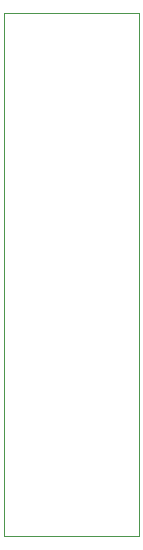
<source format=gbr>
%TF.GenerationSoftware,KiCad,Pcbnew,6.0.11+dfsg-1~bpo11+1*%
%TF.CreationDate,2023-10-28T20:26:38+09:00*%
%TF.ProjectId,pcb-devboard,7063622d-6465-4766-926f-6172642e6b69,rev?*%
%TF.SameCoordinates,Original*%
%TF.FileFunction,Profile,NP*%
%FSLAX46Y46*%
G04 Gerber Fmt 4.6, Leading zero omitted, Abs format (unit mm)*
G04 Created by KiCad (PCBNEW 6.0.11+dfsg-1~bpo11+1) date 2023-10-28 20:26:38*
%MOMM*%
%LPD*%
G01*
G04 APERTURE LIST*
%TA.AperFunction,Profile*%
%ADD10C,0.100000*%
%TD*%
G04 APERTURE END LIST*
D10*
X140335000Y-128905000D02*
X151765000Y-128905000D01*
X151765000Y-128905000D02*
X151765000Y-84632800D01*
X151765000Y-84632800D02*
X140335000Y-84632800D01*
X140335000Y-84632800D02*
X140335000Y-128905000D01*
M02*

</source>
